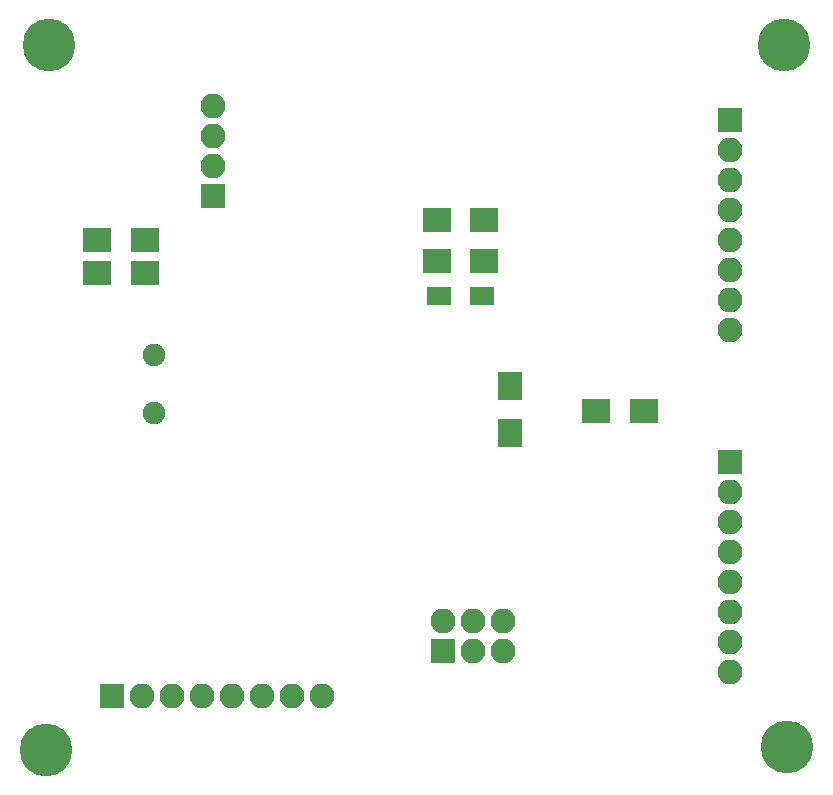
<source format=gbs>
G04 #@! TF.FileFunction,Soldermask,Bot*
%FSLAX46Y46*%
G04 Gerber Fmt 4.6, Leading zero omitted, Abs format (unit mm)*
G04 Created by KiCad (PCBNEW 4.0.5) date 03/19/17 16:49:19*
%MOMM*%
%LPD*%
G01*
G04 APERTURE LIST*
%ADD10C,0.100000*%
%ADD11R,2.100000X2.100000*%
%ADD12O,2.100000X2.100000*%
%ADD13R,2.400000X2.000000*%
%ADD14R,2.000000X2.400000*%
%ADD15R,2.000200X1.598880*%
%ADD16C,1.900000*%
%ADD17C,4.464000*%
G04 APERTURE END LIST*
D10*
D11*
X171000000Y-142500000D03*
D12*
X171000000Y-139960000D03*
X173540000Y-142500000D03*
X173540000Y-139960000D03*
X176080000Y-142500000D03*
X176080000Y-139960000D03*
D11*
X151500000Y-104000000D03*
D12*
X151500000Y-101460000D03*
X151500000Y-98920000D03*
X151500000Y-96380000D03*
D13*
X145750000Y-107750000D03*
X141750000Y-107750000D03*
X145750000Y-110500000D03*
X141750000Y-110500000D03*
X170500000Y-109500000D03*
X174500000Y-109500000D03*
X170500000Y-106000000D03*
X174500000Y-106000000D03*
D14*
X176700000Y-120100000D03*
X176700000Y-124100000D03*
D13*
X184000000Y-122200000D03*
X188000000Y-122200000D03*
D15*
X170699140Y-112500000D03*
X174300860Y-112500000D03*
D11*
X195326000Y-126492000D03*
D12*
X195326000Y-129032000D03*
X195326000Y-131572000D03*
X195326000Y-134112000D03*
X195326000Y-136652000D03*
X195326000Y-139192000D03*
X195326000Y-141732000D03*
X195326000Y-144272000D03*
D11*
X195326000Y-97536000D03*
D12*
X195326000Y-100076000D03*
X195326000Y-102616000D03*
X195326000Y-105156000D03*
X195326000Y-107696000D03*
X195326000Y-110236000D03*
X195326000Y-112776000D03*
X195326000Y-115316000D03*
D11*
X143002000Y-146304000D03*
D12*
X145542000Y-146304000D03*
X148082000Y-146304000D03*
X150622000Y-146304000D03*
X153162000Y-146304000D03*
X155702000Y-146304000D03*
X158242000Y-146304000D03*
X160782000Y-146304000D03*
D16*
X146500000Y-117500000D03*
X146500000Y-122400000D03*
D17*
X137668000Y-91186000D03*
X199898000Y-91186000D03*
X200152000Y-150622000D03*
X137414000Y-150876000D03*
M02*

</source>
